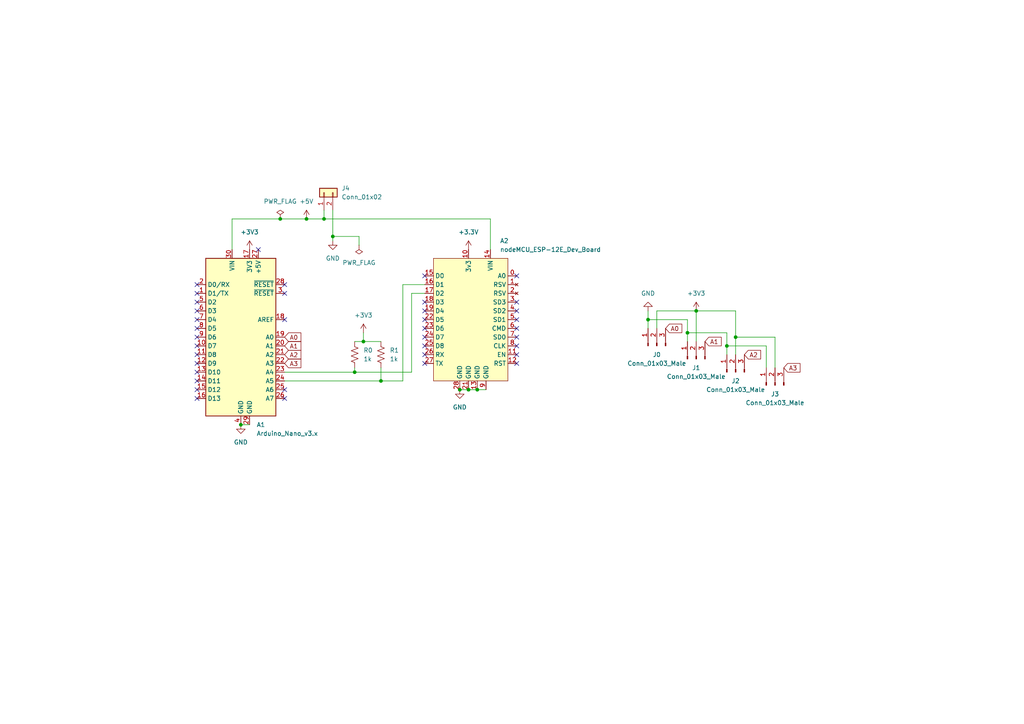
<source format=kicad_sch>
(kicad_sch (version 20211123) (generator eeschema)
  (paper "A4")
  (title_block (title "HASoilMoistureSensorPCB") (date "2022-11-23") (rev "0") (company "Benjamin Davis") (comment 1 "Copyright (C) 2022 - Benjamin Davis") (comment 2 "Distributed under GNU General Public License v3"))
  (lib_symbols
    (symbol "Connector:Conn_01x03_Male" (pin_names (offset 1.016) hide)
      (property "Reference" "J" (at 0 5.08 0))
      (property "Value" "Conn_01x03_Male" (at 0 -5.08 0))
      (symbol "Conn_01x03_Male_1_1"
        (polyline (pts (xy 1.27 -2.54) (xy 0.8636 -2.54)) (stroke (width 0.1524)))
        (polyline (pts (xy 1.27 0) (xy 0.8636 0)) (stroke (width 0.1524)))
        (polyline (pts (xy 1.27 2.54) (xy 0.8636 2.54)) (stroke (width 0.1524)))
        (rectangle (start 0.8636 -2.413) (end 0 -2.667) (stroke (width 0.1524)) (fill (type outline)))
        (rectangle (start 0.8636 0.127) (end 0 -0.127) (stroke (width 0.1524)) (fill (type outline)))
        (rectangle (start 0.8636 2.667) (end 0 2.413) (stroke (width 0.1524)) (fill (type outline)))
        (pin passive line (at 5.08 2.54 180) (length 3.81) (name "Pin_1") (number "1"))
        (pin passive line (at 5.08 0 180) (length 3.81) (name "Pin_2") (number "2"))
        (pin passive line (at 5.08 -2.54 180) (length 3.81) (name "Pin_3") (number "3"))
      )
    )
    (symbol "Connector_Generic:Conn_01x02" (pin_names (offset 1.016) hide)
      (property "Reference" "J" (at 0 2.54 0))
      (property "Value" "Conn_01x02" (at 0 -5.08 0))
      (symbol "Conn_01x02_1_1"
        (rectangle (start -1.27 -2.413) (end 0 -2.667) (stroke (width 0.1524)))
        (rectangle (start -1.27 0.127) (end 0 -0.127) (stroke (width 0.1524)))
        (rectangle (start -1.27 1.27) (end 1.27 -3.81) (stroke (width 0.254)) (fill (type background)))
        (pin passive line (at -5.08 0 0) (length 3.81) (name "Pin_1") (number "1"))
        (pin passive line (at -5.08 -2.54 0) (length 3.81) (name "Pin_2") (number "2"))
      )
    )
    (symbol "Device:R_US" (pin_numbers hide) (pin_names (offset 0))
      (property "Reference" "R" (at 2.54 0 90))
      (property "Value" "R_US" (at -2.54 0 90))
      (symbol "R_US_0_1"
        (polyline (pts (xy 0 -2.286) (xy 0 -2.54)))
        (polyline (pts (xy 0 2.286) (xy 0 2.54)))
        (polyline (pts (xy 0 -0.762) (xy 1.016 -1.143) (xy 0 -1.524) (xy -1.016 -1.905) (xy 0 -2.286)))
        (polyline (pts (xy 0 0.762) (xy 1.016 0.381) (xy 0 0) (xy -1.016 -0.381) (xy 0 -0.762)))
        (polyline (pts (xy 0 2.286) (xy 1.016 1.905) (xy 0 1.524) (xy -1.016 1.143) (xy 0 0.762)))
      )
      (symbol "R_US_1_1"
        (pin passive line (at 0 3.81 270) (length 1.27) (name "~") (number "1"))
        (pin passive line (at 0 -3.81 90) (length 1.27) (name "~") (number "2"))
      )
    )
    (symbol "MCU_Module:Arduino_Nano_v3.x"
      (property "Reference" "A" (at -10.16 23.495 0))
      (property "Value" "Arduino_Nano_v3.x" (at 5.08 -24.13 0))
      (symbol "Arduino_Nano_v3.x_0_1"
        (rectangle (start -10.16 22.86) (end 10.16 -22.86) (stroke (width 0.254)) (fill (type background)))
      )
      (symbol "Arduino_Nano_v3.x_1_1"
        (pin bidirectional line (at -12.7 12.7 0) (length 2.54) (name "D1/TX") (number "1"))
        (pin bidirectional line (at -12.7 -2.54 0) (length 2.54) (name "D7") (number "10"))
        (pin bidirectional line (at -12.7 -5.08 0) (length 2.54) (name "D8") (number "11"))
        (pin bidirectional line (at -12.7 -7.62 0) (length 2.54) (name "D9") (number "12"))
        (pin bidirectional line (at -12.7 -10.16 0) (length 2.54) (name "D10") (number "13"))
        (pin bidirectional line (at -12.7 -12.7 0) (length 2.54) (name "D11") (number "14"))
        (pin bidirectional line (at -12.7 -15.24 0) (length 2.54) (name "D12") (number "15"))
        (pin bidirectional line (at -12.7 -17.78 0) (length 2.54) (name "D13") (number "16"))
        (pin power_out line (at 2.54 25.4 270) (length 2.54) (name "3V3") (number "17"))
        (pin input line (at 12.7 5.08 180) (length 2.54) (name "AREF") (number "18"))
        (pin bidirectional line (at 12.7 0 180) (length 2.54) (name "A0") (number "19"))
        (pin bidirectional line (at -12.7 15.24 0) (length 2.54) (name "D0/RX") (number "2"))
        (pin bidirectional line (at 12.7 -2.54 180) (length 2.54) (name "A1") (number "20"))
        (pin bidirectional line (at 12.7 -5.08 180) (length 2.54) (name "A2") (number "21"))
        (pin bidirectional line (at 12.7 -7.62 180) (length 2.54) (name "A3") (number "22"))
        (pin bidirectional line (at 12.7 -10.16 180) (length 2.54) (name "A4") (number "23"))
        (pin bidirectional line (at 12.7 -12.7 180) (length 2.54) (name "A5") (number "24"))
        (pin bidirectional line (at 12.7 -15.24 180) (length 2.54) (name "A6") (number "25"))
        (pin bidirectional line (at 12.7 -17.78 180) (length 2.54) (name "A7") (number "26"))
        (pin power_out line (at 5.08 25.4 270) (length 2.54) (name "+5V") (number "27"))
        (pin input line (at 12.7 15.24 180) (length 2.54) (name "~{RESET}") (number "28"))
        (pin power_in line (at 2.54 -25.4 90) (length 2.54) (name "GND") (number "29"))
        (pin input line (at 12.7 12.7 180) (length 2.54) (name "~{RESET}") (number "3"))
        (pin power_in line (at -2.54 25.4 270) (length 2.54) (name "VIN") (number "30"))
        (pin power_in line (at 0 -25.4 90) (length 2.54) (name "GND") (number "4"))
        (pin bidirectional line (at -12.7 10.16 0) (length 2.54) (name "D2") (number "5"))
        (pin bidirectional line (at -12.7 7.62 0) (length 2.54) (name "D3") (number "6"))
        (pin bidirectional line (at -12.7 5.08 0) (length 2.54) (name "D4") (number "7"))
        (pin bidirectional line (at -12.7 2.54 0) (length 2.54) (name "D5") (number "8"))
        (pin bidirectional line (at -12.7 0 0) (length 2.54) (name "D6") (number "9"))
      )
    )
    (symbol "nodeMCU:nodeMCU_ESP-12E_Dev_Board" (pin_names (offset 0.5))
      (property "Reference" "A" (at 6.35 -13.97 0))
      (property "Value" "nodeMCU_ESP-12E_Dev_Board" (at 20.32 -16.51 0))
      (symbol "nodeMCU_ESP-12E_Dev_Board_0_1"
        (rectangle (start -11.43 24.13) (end 10.16 -11.43) (fill (type background)))
      )
      (symbol "nodeMCU_ESP-12E_Dev_Board_1_1"
        (pin bidirectional line (at -13.97 19.05 0) (length 2.54) (name "A0") (number "0"))
        (pin no_connect line (at -13.97 16.51 0) (length 2.54) (name "RSV") (number "1"))
        (pin power_out line (at 0 26.67 270) (length 2.54) (name "3v3") (number "10"))
        (pin input line (at -13.97 -3.81 0) (length 2.54) (name "EN") (number "11"))
        (pin input line (at -13.97 -6.35 0) (length 2.54) (name "RST") (number "12"))
        (pin power_in line (at -2.54 -13.97 90) (length 2.54) (name "GND") (number "13"))
        (pin power_in line (at -6.35 26.67 270) (length 2.54) (name "VIN") (number "14"))
        (pin bidirectional line (at 12.7 19.05 180) (length 2.54) (name "D0") (number "15"))
        (pin bidirectional line (at 12.7 16.51 180) (length 2.54) (name "D1") (number "16"))
        (pin bidirectional line (at 12.7 13.97 180) (length 2.54) (name "D2") (number "17"))
        (pin bidirectional line (at 12.7 11.43 180) (length 2.54) (name "D3") (number "18"))
        (pin bidirectional line (at 12.7 8.89 180) (length 2.54) (name "D4") (number "19"))
        (pin no_connect line (at -13.97 13.97 0) (length 2.54) (name "RSV") (number "2"))
        (pin passive line (at 0 26.67 270) (length 2.54) hide (name "3v3") (number "20"))
        (pin power_in line (at 0 -13.97 90) (length 2.54) (name "GND") (number "21"))
        (pin bidirectional line (at 12.7 6.35 180) (length 2.54) (name "D5") (number "22"))
        (pin bidirectional line (at 12.7 3.81 180) (length 2.54) (name "D6") (number "23"))
        (pin bidirectional line (at 12.7 1.27 180) (length 2.54) (name "D7") (number "24"))
        (pin bidirectional line (at 12.7 -1.27 180) (length 2.54) (name "D8") (number "25"))
        (pin bidirectional line (at 12.7 -3.81 180) (length 2.54) (name "RX") (number "26"))
        (pin bidirectional line (at 12.7 -6.35 180) (length 2.54) (name "TX") (number "27"))
        (pin power_in line (at 2.54 -13.97 90) (length 2.54) (name "GND") (number "28"))
        (pin passive line (at 0 26.67 270) (length 2.54) hide (name "3v3") (number "29"))
        (pin bidirectional line (at -13.97 11.43 0) (length 2.54) (name "SD3") (number "3"))
        (pin bidirectional line (at -13.97 8.89 0) (length 2.54) (name "SD2") (number "4"))
        (pin bidirectional line (at -13.97 6.35 0) (length 2.54) (name "SD1") (number "5"))
        (pin bidirectional line (at -13.97 3.81 0) (length 2.54) (name "CMD") (number "6"))
        (pin bidirectional line (at -13.97 1.27 0) (length 2.54) (name "SD0") (number "7"))
        (pin bidirectional line (at -13.97 -1.27 0) (length 2.54) (name "CLK") (number "8"))
        (pin power_in line (at -5.08 -13.97 90) (length 2.54) (name "GND") (number "9"))
      )
    )
    (symbol "power:+3.3V" (power) (pin_names (offset 0))
      (property "Value" "+3.3V" (at 0 3.556 0))
      (symbol "+3.3V_0_1"
        (polyline (pts (xy -0.762 1.27) (xy 0 2.54)))
        (polyline (pts (xy 0 0) (xy 0 2.54)))
        (polyline (pts (xy 0 2.54) (xy 0.762 1.27)))
      )
      (symbol "+3.3V_1_1"
        (pin power_in line (at 0 0 90) (length 0) hide (name "+3.3V") (number "1"))
      )
    )
    (symbol "power:+3V3" (power) (pin_names (offset 0))
      (property "Value" "+3V3" (at 0 3.556 0))
      (symbol "+3V3_0_1"
        (polyline (pts (xy -0.762 1.27) (xy 0 2.54)))
        (polyline (pts (xy 0 0) (xy 0 2.54)))
        (polyline (pts (xy 0 2.54) (xy 0.762 1.27)))
      )
      (symbol "+3V3_1_1"
        (pin power_in line (at 0 0 90) (length 0) hide (name "+3V3") (number "1"))
      )
    )
    (symbol "power:+5V" (power) (pin_names (offset 0))
      (property "Value" "+5V" (at 0 3.556 0))
      (symbol "+5V_0_1"
        (polyline (pts (xy -0.762 1.27) (xy 0 2.54)))
        (polyline (pts (xy 0 0) (xy 0 2.54)))
        (polyline (pts (xy 0 2.54) (xy 0.762 1.27)))
      )
      (symbol "+5V_1_1"
        (pin power_in line (at 0 0 90) (length 0) hide (name "+5V") (number "1"))
      )
    )
    (symbol "power:GND" (power) (pin_names (offset 0))
      (property "Value" "GND" (at 0 -3.81 0))
      (symbol "GND_0_1"
        (polyline (pts (xy 0 0) (xy 0 -1.27) (xy 1.27 -1.27) (xy 0 -2.54) (xy -1.27 -1.27) (xy 0 -1.27)))
      )
      (symbol "GND_1_1"
        (pin power_in line (at 0 0 270) (length 0) hide (name "GND") (number "1"))
      )
    )
    (symbol "power:PWR_FLAG" (power) (pin_numbers hide) (pin_names (offset 0) hide)
      (property "Value" "PWR_FLAG" (at 0 3.81 0))
      (symbol "PWR_FLAG_0_0"
        (pin power_out line (at 0 0 90) (length 0) (name "pwr") (number "1"))
      )
      (symbol "PWR_FLAG_0_1"
        (polyline (pts (xy 0 0) (xy 0 1.27) (xy -1.016 1.905) (xy 0 2.54) (xy 1.016 1.905) (xy 0 1.27)))
      )
    )
  )
  (junction (at 105.41 99.06))
  (junction (at 110.49 110.49))
  (junction (at 96.52 68.58))
  (junction (at 93.98 63.5))
  (junction (at 135.89 113.03))
  (junction (at 199.39 96.52))
  (junction (at 187.96 92.71))
  (junction (at 201.93 90.17))
  (junction (at 133.35 113.03))
  (junction (at 81.28 63.5))
  (junction (at 210.82 100.33))
  (junction (at 102.87 107.95))
  (junction (at 213.36 97.79))
  (junction (at 69.85 123.19))
  (junction (at 138.43 113.03))
  (junction (at 88.9 63.5))
  (no_connect (at 149.86 80.01))
  (no_connect (at 57.15 92.71))
  (no_connect (at 123.19 80.01))
  (no_connect (at 149.86 90.17))
  (no_connect (at 57.15 102.87))
  (no_connect (at 149.86 100.33))
  (no_connect (at 57.15 97.79))
  (no_connect (at 123.19 92.71))
  (no_connect (at 82.55 82.55))
  (no_connect (at 82.55 92.71))
  (no_connect (at 149.86 102.87))
  (no_connect (at 57.15 115.57))
  (no_connect (at 123.19 97.79))
  (no_connect (at 149.86 92.71))
  (no_connect (at 149.86 97.79))
  (no_connect (at 149.86 105.41))
  (no_connect (at 57.15 82.55))
  (no_connect (at 149.86 95.25))
  (no_connect (at 123.19 102.87))
  (no_connect (at 82.55 113.03))
  (no_connect (at 57.15 85.09))
  (no_connect (at 82.55 85.09))
  (no_connect (at 123.19 95.25))
  (no_connect (at 123.19 90.17))
  (no_connect (at 57.15 90.17))
  (no_connect (at 123.19 100.33))
  (no_connect (at 123.19 105.41))
  (no_connect (at 149.86 87.63))
  (no_connect (at 82.55 115.57))
  (no_connect (at 74.93 72.39))
  (no_connect (at 57.15 95.25))
  (no_connect (at 57.15 100.33))
  (no_connect (at 57.15 107.95))
  (no_connect (at 123.19 87.63))
  (no_connect (at 57.15 110.49))
  (no_connect (at 57.15 87.63))
  (no_connect (at 57.15 105.41))
  (no_connect (at 57.15 113.03))
  (wire (pts (xy 135.89 113.03) (xy 138.43 113.03)))
  (wire (pts (xy 96.52 68.58) (xy 96.52 69.85)))
  (wire (pts (xy 201.93 90.17) (xy 201.93 99.06)))
  (wire (pts (xy 67.31 72.39) (xy 67.31 63.5)))
  (wire (pts (xy 187.96 90.17) (xy 187.96 92.71)))
  (wire (pts (xy 199.39 92.71) (xy 199.39 96.52)))
  (wire (pts (xy 199.39 96.52) (xy 210.82 96.52)))
  (wire (pts (xy 142.24 63.5) (xy 142.24 72.39)))
  (wire (pts (xy 222.25 100.33) (xy 222.25 106.68)))
  (wire (pts (xy 116.84 110.49) (xy 116.84 82.55)))
  (wire (pts (xy 82.55 110.49) (xy 110.49 110.49)))
  (wire (pts (xy 210.82 96.52) (xy 210.82 100.33)))
  (wire (pts (xy 138.43 113.03) (xy 140.97 113.03)))
  (wire (pts (xy 201.93 90.17) (xy 213.36 90.17)))
  (wire (pts (xy 116.84 82.55) (xy 123.19 82.55)))
  (wire (pts (xy 133.35 113.03) (xy 135.89 113.03)))
  (wire (pts (xy 102.87 99.06) (xy 105.41 99.06)))
  (wire (pts (xy 210.82 100.33) (xy 222.25 100.33)))
  (wire (pts (xy 96.52 68.58) (xy 104.14 68.58)))
  (wire (pts (xy 213.36 97.79) (xy 224.79 97.79)))
  (wire (pts (xy 190.5 90.17) (xy 190.5 95.25)))
  (wire (pts (xy 67.31 63.5) (xy 81.28 63.5)))
  (wire (pts (xy 119.38 107.95) (xy 119.38 85.09)))
  (wire (pts (xy 102.87 107.95) (xy 119.38 107.95)))
  (wire (pts (xy 110.49 106.68) (xy 110.49 110.49)))
  (wire (pts (xy 72.39 123.19) (xy 69.85 123.19)))
  (wire (pts (xy 82.55 107.95) (xy 102.87 107.95)))
  (wire (pts (xy 119.38 85.09) (xy 123.19 85.09)))
  (wire (pts (xy 88.9 63.5) (xy 93.98 63.5)))
  (wire (pts (xy 104.14 68.58) (xy 104.14 71.12)))
  (wire (pts (xy 210.82 100.33) (xy 210.82 102.87)))
  (wire (pts (xy 93.98 63.5) (xy 142.24 63.5)))
  (wire (pts (xy 190.5 90.17) (xy 201.93 90.17)))
  (wire (pts (xy 81.28 63.5) (xy 88.9 63.5)))
  (wire (pts (xy 213.36 97.79) (xy 213.36 102.87)))
  (wire (pts (xy 105.41 99.06) (xy 105.41 96.52)))
  (wire (pts (xy 224.79 97.79) (xy 224.79 106.68)))
  (wire (pts (xy 96.52 60.96) (xy 96.52 68.58)))
  (wire (pts (xy 105.41 99.06) (xy 110.49 99.06)))
  (wire (pts (xy 187.96 92.71) (xy 187.96 95.25)))
  (wire (pts (xy 102.87 106.68) (xy 102.87 107.95)))
  (wire (pts (xy 110.49 110.49) (xy 116.84 110.49)))
  (wire (pts (xy 187.96 92.71) (xy 199.39 92.71)))
  (wire (pts (xy 93.98 60.96) (xy 93.98 63.5)))
  (wire (pts (xy 213.36 90.17) (xy 213.36 97.79)))
  (wire (pts (xy 199.39 96.52) (xy 199.39 99.06)))
  (global_label "A2" (shape input) (at 215.9 102.87 0) (property "Intersheet References" "${INTERSHEET_REFS}" (effects hide)))
  (global_label "A3" (shape input) (at 227.33 106.68 0) (property "Intersheet References" "${INTERSHEET_REFS}" (effects hide)))
  (global_label "A2" (shape input) (at 82.55 102.87 0) (property "Intersheet References" "${INTERSHEET_REFS}" (effects hide)))
  (global_label "A1" (shape input) (at 82.55 100.33 0) (property "Intersheet References" "${INTERSHEET_REFS}" (effects hide)))
  (global_label "A0" (shape input) (at 82.55 97.79 0) (property "Intersheet References" "${INTERSHEET_REFS}" (effects hide)))
  (global_label "A0" (shape input) (at 193.04 95.25 0) (property "Intersheet References" "${INTERSHEET_REFS}" (effects hide)))
  (global_label "A1" (shape input) (at 204.47 99.06 0) (property "Intersheet References" "${INTERSHEET_REFS}" (effects hide)))
  (global_label "A3" (shape input) (at 82.55 105.41 0) (property "Intersheet References" "${INTERSHEET_REFS}" (effects hide)))
  (symbol (lib_id "power:+3.3V") (at 135.89 72.39 0) (unit 1)
    (property "Reference" "#PWR0112" (effects hide))
    (property "Value" "+3.3V" (at 135.89 67.31 0))
  )
  (symbol (lib_id "power:GND") (at 69.85 123.19 0) (unit 1)
    (property "Reference" "#PWR0111" (effects hide))
    (property "Value" "GND" (at 69.85 128.27 0))
  )
  (symbol (lib_id "power:+5V") (at 88.9 63.5 0) (unit 1)
    (property "Reference" "#PWR0105" (effects hide))
    (property "Value" "+5V" (at 88.9 58.42 0))
  )
  (symbol (lib_id "power:PWR_FLAG") (at 81.28 63.5 0) (unit 1)
    (property "Reference" "#FLG0102" (effects hide))
    (property "Value" "PWR_FLAG" (at 81.28 58.42 0))
  )
  (symbol (lib_id "power:GND") (at 96.52 69.85 0) (unit 1)
    (property "Reference" "#PWR0104" (effects hide))
    (property "Value" "GND" (at 96.52 74.93 0))
  )
  (symbol (lib_id "power:GND") (at 133.35 113.03 0) (unit 1)
    (property "Reference" "#PWR0108" (effects hide))
    (property "Value" "GND" (at 133.35 118.11 0))
  )
  (symbol (lib_id "MCU_Module:Arduino_Nano_v3.x") (at 69.85 97.79 0) (unit 1)
    (property "Reference" "A1" (at 74.4094 123.19 0) (effects (justify left)))
    (property "Value" "Arduino_Nano_v3.x" (at 74.4094 125.73 0) (effects (justify left)))
    (property "Footprint" "Module:Arduino_Nano" (effects hide))
    (property "Datasheet" "http://www.mouser.com/pdfdocs/Gravitech_Arduino_Nano3_0.pdf" (effects hide))
  )
  (symbol (lib_id "power:+3V3") (at 201.93 90.17 0) (unit 1)
    (property "Reference" "#PWR0106" (effects hide))
    (property "Value" "+3V3" (at 201.93 85.09 0))
  )
  (symbol (lib_id "Connector_Generic:Conn_01x02") (at 93.98 55.88 90) (unit 1)
    (property "Reference" "J4" (at 99.06 54.6099 90) (effects (justify right)))
    (property "Value" "Conn_01x02" (at 99.06 57.1499 90) (effects (justify right)))
    (property "Footprint" "Connector_JST:JST_PH_B2B-PH-K_1x02_P2.00mm_Vertical" (effects hide))
  )
  (symbol (lib_id "Connector:Conn_01x03_Male") (at 201.93 104.14 90) (unit 1)
    (property "Reference" "J1" (at 201.93 106.68 90))
    (property "Value" "Conn_01x03_Male" (at 201.93 109.22 90))
    (property "Footprint" "Connector_JST:JST_PH_B3B-PH-K_1x03_P2.00mm_Vertical" (effects hide))
  )
  (symbol (lib_id "Device:R_US") (at 102.87 102.87 0) (unit 1)
    (property "Reference" "R0" (at 105.41 101.5999 0) (effects (justify left)))
    (property "Value" "1k" (at 105.41 104.1399 0) (effects (justify left)))
    (property "Footprint" "Resistor_THT:R_Axial_DIN0207_L6.3mm_D2.5mm_P2.54mm_Vertical" (effects hide))
  )
  (symbol (lib_id "power:+3V3") (at 72.39 72.39 0) (unit 1)
    (property "Reference" "#PWR0103" (effects hide))
    (property "Value" "+3V3" (at 72.39 67.31 0))
  )
  (symbol (lib_id "Connector:Conn_01x03_Male") (at 213.36 107.95 90) (unit 1)
    (property "Reference" "J2" (at 213.36 110.49 90))
    (property "Value" "Conn_01x03_Male" (at 213.36 113.03 90))
    (property "Footprint" "Connector_JST:JST_PH_B3B-PH-K_1x03_P2.00mm_Vertical" (effects hide))
  )
  (symbol (lib_id "Connector:Conn_01x03_Male") (at 190.5 100.33 90) (unit 1)
    (property "Reference" "J0" (at 190.5 102.87 90))
    (property "Value" "Conn_01x03_Male" (at 190.5 105.41 90))
    (property "Footprint" "Connector_JST:JST_PH_B3B-PH-K_1x03_P2.00mm_Vertical" (effects hide))
  )
  (symbol (lib_id "power:PWR_FLAG") (at 104.14 71.12 180) (unit 1)
    (property "Reference" "#FLG0101" (effects hide))
    (property "Value" "PWR_FLAG" (at 104.14 76.2 0))
  )
  (symbol (lib_id "power:+3V3") (at 105.41 96.52 0) (unit 1)
    (property "Reference" "#PWR0102" (effects hide))
    (property "Value" "+3V3" (at 105.41 91.44 0))
  )
  (symbol (lib_id "Device:R_US") (at 110.49 102.87 0) (unit 1)
    (property "Reference" "R1" (at 113.03 101.5999 0) (effects (justify left)))
    (property "Value" "1k" (at 113.03 104.1399 0) (effects (justify left)))
    (property "Footprint" "Resistor_THT:R_Axial_DIN0207_L6.3mm_D2.5mm_P2.54mm_Vertical" (effects hide))
  )
  (symbol (lib_id "Connector:Conn_01x03_Male") (at 224.79 111.76 90) (unit 1)
    (property "Reference" "J3" (at 224.79 114.3 90))
    (property "Value" "Conn_01x03_Male" (at 224.79 116.84 90))
    (property "Footprint" "Connector_JST:JST_PH_B3B-PH-K_1x03_P2.00mm_Vertical" (effects hide))
  )
  (symbol (lib_id "nodeMCU:nodeMCU_ESP-12E_Dev_Board") (at 135.89 99.06 0) (mirror y) (unit 1)
    (property "Reference" "A2" (at 145.0087 69.85 0) (effects (justify right)))
    (property "Value" "nodeMCU_ESP-12E_Dev_Board" (at 145.0087 72.39 0) (effects (justify right)))
    (property "Footprint" "NodeMCU:nodeMCU_ESP-12e_Through-Hole" (effects hide))
  )
  (symbol (lib_id "power:GND") (at 187.96 90.17 180) (unit 1)
    (property "Reference" "#PWR0107" (effects hide))
    (property "Value" "GND" (at 187.96 85.09 0))
  )
)
</source>
